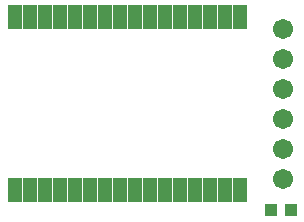
<source format=gbr>
%TF.GenerationSoftware,Altium Limited,Altium Designer,21.2.1 (34)*%
G04 Layer_Color=8388736*
%FSLAX26Y26*%
%MOIN*%
%TF.SameCoordinates,A0A043E5-24E2-464B-A4FE-AC519CE3A301*%
%TF.FilePolarity,Negative*%
%TF.FileFunction,Soldermask,Top*%
%TF.Part,Single*%
G01*
G75*
%TA.AperFunction,ComponentPad*%
%ADD23C,0.067055*%
%TA.AperFunction,SMDPad,CuDef*%
%ADD27R,0.043433X0.043433*%
%ADD28R,0.050130X0.082800*%
D23*
X1299213Y222441D02*
D03*
Y322441D02*
D03*
Y422441D02*
D03*
Y522441D02*
D03*
Y622441D02*
D03*
Y722441D02*
D03*
D27*
X1258054Y118110D02*
D03*
X1324983D02*
D03*
D28*
X804528Y184251D02*
D03*
X754528D02*
D03*
X704528D02*
D03*
X654528D02*
D03*
X604528D02*
D03*
X554528D02*
D03*
X404528Y760631D02*
D03*
X454528D02*
D03*
X504528D02*
D03*
Y184251D02*
D03*
X554528Y760631D02*
D03*
X604528D02*
D03*
X654528D02*
D03*
X704528D02*
D03*
X754528D02*
D03*
X804528D02*
D03*
X854528D02*
D03*
X904528D02*
D03*
X954528D02*
D03*
X1004528D02*
D03*
X454528Y184251D02*
D03*
X1054528Y760631D02*
D03*
X1104528D02*
D03*
X1154528D02*
D03*
Y184251D02*
D03*
X1104528D02*
D03*
X1054528D02*
D03*
X1004528D02*
D03*
X954528D02*
D03*
X904528D02*
D03*
X854528D02*
D03*
X404528D02*
D03*
%TF.MD5,a00941519510f7c006bfab1e22e22dfd*%
M02*

</source>
